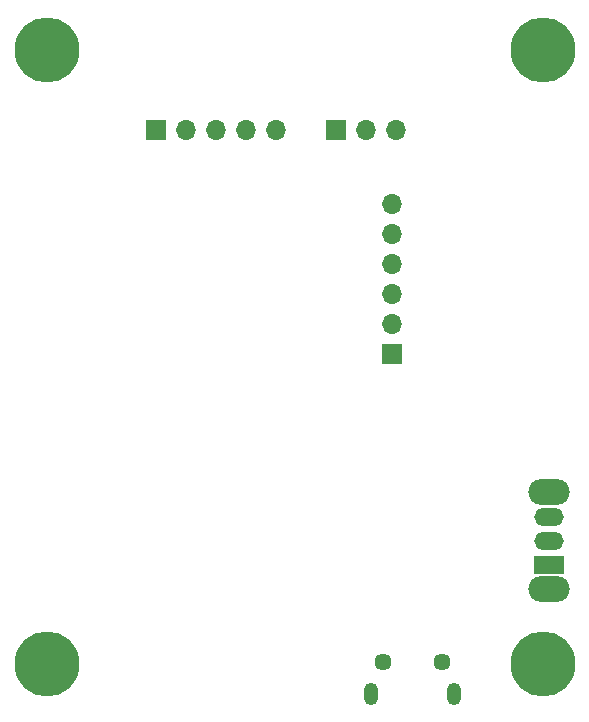
<source format=gbr>
%TF.GenerationSoftware,KiCad,Pcbnew,(5.1.10-1-10_14)*%
%TF.CreationDate,2021-06-24T14:46:10+02:00*%
%TF.ProjectId,RespiratorIF,52657370-6972-4617-946f-7249462e6b69,0.7*%
%TF.SameCoordinates,Original*%
%TF.FileFunction,Soldermask,Bot*%
%TF.FilePolarity,Negative*%
%FSLAX46Y46*%
G04 Gerber Fmt 4.6, Leading zero omitted, Abs format (unit mm)*
G04 Created by KiCad (PCBNEW (5.1.10-1-10_14)) date 2021-06-24 14:46:10*
%MOMM*%
%LPD*%
G01*
G04 APERTURE LIST*
%ADD10C,5.500000*%
%ADD11C,1.450000*%
%ADD12O,1.200000X1.900000*%
%ADD13R,1.700000X1.700000*%
%ADD14O,1.700000X1.700000*%
%ADD15R,2.500000X1.500000*%
%ADD16O,2.500000X1.500000*%
%ADD17O,3.500000X2.200000*%
G04 APERTURE END LIST*
D10*
%TO.C,H1*%
X128050000Y-118150000D03*
%TD*%
%TO.C,H2*%
X170050000Y-118150000D03*
%TD*%
%TO.C,H3*%
X170050000Y-66150000D03*
%TD*%
%TO.C,H4*%
X128050000Y-66150000D03*
%TD*%
D11*
%TO.C,J1*%
X156550000Y-117950000D03*
X161550000Y-117950000D03*
D12*
X155550000Y-120650000D03*
X162550000Y-120650000D03*
%TD*%
D13*
%TO.C,J2*%
X152523400Y-72964400D03*
D14*
X155063400Y-72964400D03*
X157603400Y-72964400D03*
%TD*%
D13*
%TO.C,J3*%
X137283400Y-72964400D03*
D14*
X139823400Y-72964400D03*
X142363400Y-72964400D03*
X144903400Y-72964400D03*
X147443400Y-72964400D03*
%TD*%
D13*
%TO.C,J4*%
X157300000Y-91906000D03*
D14*
X157300000Y-89366000D03*
X157300000Y-86826000D03*
X157300000Y-84286000D03*
X157300000Y-81746000D03*
X157300000Y-79206000D03*
%TD*%
D15*
%TO.C,SW1*%
X170598800Y-109722800D03*
D16*
X170598800Y-107722800D03*
X170598800Y-105722800D03*
D17*
X170598800Y-111822800D03*
X170598800Y-103622800D03*
%TD*%
M02*

</source>
